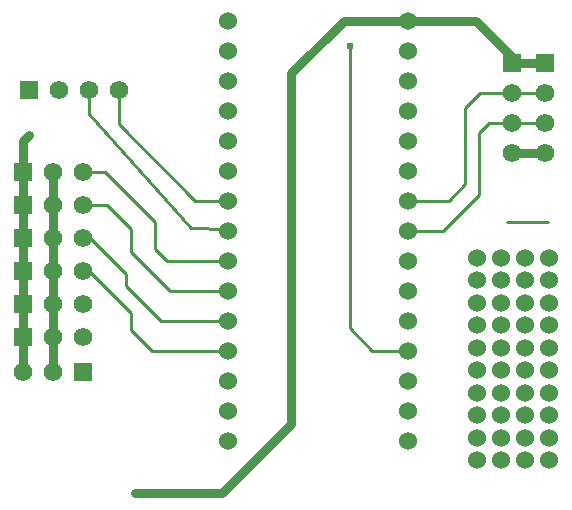
<source format=gbl>
G04 Layer: BottomLayer*
G04 EasyEDA v6.5.51, 2025-09-08 19:21:40*
G04 d3bb8f252c9f4849ab45821a22fd5e0f,1706e92ce9fe400092762f31ba6d8469,10*
G04 Gerber Generator version 0.2*
G04 Scale: 100 percent, Rotated: No, Reflected: No *
G04 Dimensions in millimeters *
G04 leading zeros omitted , absolute positions ,4 integer and 5 decimal *
%FSLAX45Y45*%
%MOMM*%

%ADD10C,0.7500*%
%ADD11C,0.2500*%
%ADD12R,1.5748X1.5748*%
%ADD13C,1.5748*%
%ADD14C,1.5240*%
%ADD15C,0.6200*%
%ADD16C,0.0154*%

%LPD*%
D10*
X2686085Y4363110D02*
G01*
X2785145Y4363110D01*
X2785145Y4363110D02*
G01*
X2901289Y4363110D01*
X2908300Y4356100D01*
X4013200Y7912100D02*
G01*
X4013200Y4940300D01*
X3429000Y4356100D01*
X2908300Y4356100D01*
X5880100Y8001000D02*
G01*
X6159500Y8001000D01*
X5880100Y8001000D02*
G01*
X5880100Y8051800D01*
X5575300Y8356600D01*
X5003800Y8356600D01*
X5880100Y7239000D02*
G01*
X6159500Y7239000D01*
X1739897Y7073884D02*
G01*
X1739900Y7340600D01*
X1790700Y7391400D01*
X1739897Y7340584D01*
X1993900Y6515100D02*
G01*
X1993900Y6794500D01*
X1993900Y6794500D02*
G01*
X1993900Y7073900D01*
X1739900Y6515100D02*
G01*
X1739900Y6235700D01*
X1739900Y6794500D02*
G01*
X1739900Y6515100D01*
X1739897Y7073884D02*
G01*
X1739897Y6794487D01*
D11*
X5003800Y6578600D02*
G01*
X5295900Y6578600D01*
X5600700Y6883400D01*
X5600700Y7404100D01*
X5689600Y7493000D01*
X5880100Y7493000D01*
X5880100Y7493000D02*
G01*
X6159500Y7493000D01*
X2298700Y7772400D02*
G01*
X2298700Y7569200D01*
X2298700Y7569200D02*
G01*
X3162300Y6604000D01*
X3467100Y6591300D01*
X3479800Y6578600D01*
X2552700Y7480300D02*
G01*
X2552700Y7772400D01*
X2247900Y6235700D02*
G01*
X2298700Y6235700D01*
X2247900Y6515100D02*
G01*
X2311400Y6515100D01*
X2247900Y6794500D02*
G01*
X2451100Y6794500D01*
X2247900Y7073900D02*
G01*
X2438400Y7073900D01*
D10*
X1993900Y6235700D02*
G01*
X1993900Y6515100D01*
X1993900Y5956300D02*
G01*
X1993900Y6235700D01*
X1993900Y5676900D02*
G01*
X1993900Y5956300D01*
X1993900Y5384800D02*
G01*
X1993900Y5676900D01*
X1739900Y5676900D02*
G01*
X1739900Y5384800D01*
X1739900Y5956300D02*
G01*
X1739900Y5676900D01*
X1739900Y6235700D02*
G01*
X1739900Y5956300D01*
D11*
X3479800Y6832600D02*
G01*
X3200400Y6832600D01*
X2552700Y7480300D01*
X2298700Y6235700D02*
G01*
X2654300Y5880100D01*
X2654300Y5740400D01*
X2832100Y5562600D01*
X3479800Y5562600D01*
X2311400Y6515100D02*
G01*
X2616200Y6210300D01*
X2616200Y6108700D01*
X2908300Y5816600D01*
X3479800Y5816600D01*
X2451100Y6794500D02*
G01*
X2654300Y6591300D01*
X2654300Y6400800D01*
X2984500Y6070600D01*
X3479800Y6070600D01*
X2438400Y7073900D02*
G01*
X2857500Y6654800D01*
X2857500Y6426200D01*
X2959100Y6324600D01*
X3479800Y6324600D01*
D10*
X4457700Y8356600D02*
G01*
X5003800Y8356600D01*
X4457689Y8356582D02*
G01*
X4457700Y8356600D01*
X4013233Y7912125D01*
D11*
X4508500Y8140700D02*
G01*
X4508500Y5753100D01*
X4699000Y5562600D01*
X5003800Y5562600D01*
X5880100Y7747000D02*
G01*
X6159500Y7747000D01*
X5003800Y6832600D02*
G01*
X5346700Y6832600D01*
X5486400Y6972300D01*
X5486400Y7620000D01*
X5613400Y7747000D01*
X5880100Y7747000D01*
X5841987Y6654787D02*
G01*
X6184887Y6654787D01*
D12*
G01*
X6159500Y8001000D03*
D13*
G01*
X6159500Y7747000D03*
G01*
X6159500Y7493000D03*
G01*
X6159500Y7239000D03*
D12*
G01*
X5880100Y8001000D03*
D13*
G01*
X5880100Y7747000D03*
G01*
X5880100Y7493000D03*
G01*
X5880100Y7239000D03*
D12*
G01*
X1790700Y7772400D03*
D13*
G01*
X2044700Y7772400D03*
G01*
X2298700Y7772400D03*
G01*
X2552700Y7772400D03*
G01*
X1739900Y5384800D03*
G01*
X1993900Y5384800D03*
D12*
G01*
X2247900Y5384800D03*
D13*
G01*
X2247900Y7073900D03*
G01*
X1993900Y7073900D03*
D12*
G01*
X1739900Y7073900D03*
D13*
G01*
X2247900Y6794500D03*
G01*
X1993900Y6794500D03*
D12*
G01*
X1739900Y6794500D03*
D13*
G01*
X2247900Y6515100D03*
G01*
X1993900Y6515100D03*
D12*
G01*
X1739900Y6515100D03*
D13*
G01*
X2247900Y6235700D03*
G01*
X1993900Y6235700D03*
D12*
G01*
X1739900Y6235700D03*
D13*
G01*
X2247900Y5956300D03*
G01*
X1993900Y5956300D03*
D12*
G01*
X1739900Y5956300D03*
D13*
G01*
X2247900Y5676900D03*
G01*
X1993900Y5676900D03*
D12*
G01*
X1739900Y5676900D03*
D14*
G01*
X3479800Y8356600D03*
G01*
X3479800Y8102600D03*
G01*
X3479800Y7848600D03*
G01*
X3479800Y7594600D03*
G01*
X3479800Y7340600D03*
G01*
X3479800Y7086600D03*
G01*
X3479800Y6832600D03*
G01*
X3479800Y6578600D03*
G01*
X3479800Y6324600D03*
G01*
X3479800Y6070600D03*
G01*
X3479800Y5816600D03*
G01*
X3479800Y5562600D03*
G01*
X3479800Y5308600D03*
G01*
X3479800Y5054600D03*
G01*
X3479800Y4800600D03*
G01*
X5003800Y4800600D03*
G01*
X5003800Y5054600D03*
G01*
X5003800Y5308600D03*
G01*
X5003800Y5562600D03*
G01*
X5003800Y5816600D03*
G01*
X5003800Y6070600D03*
G01*
X5003800Y6324600D03*
G01*
X5003800Y6578600D03*
G01*
X5003800Y6832600D03*
G01*
X5003800Y7086600D03*
G01*
X5003800Y7340600D03*
G01*
X5003800Y7594600D03*
G01*
X5003800Y7848600D03*
G01*
X5003800Y8102600D03*
G01*
X5003800Y8356600D03*
G01*
X5588000Y6350000D03*
G01*
X5791200Y6350000D03*
G01*
X5791200Y6159500D03*
G01*
X5588000Y6159500D03*
G01*
X5994400Y6159500D03*
G01*
X6197600Y6159500D03*
G01*
X6197600Y6350000D03*
G01*
X5994400Y6350000D03*
G01*
X5994400Y5969000D03*
G01*
X6197600Y5969000D03*
G01*
X6197600Y5778500D03*
G01*
X5994400Y5778500D03*
G01*
X5588000Y5778500D03*
G01*
X5791200Y5778500D03*
G01*
X5791200Y5969000D03*
G01*
X5588000Y5969000D03*
G01*
X5588000Y5207000D03*
G01*
X5791200Y5207000D03*
G01*
X5791200Y5016500D03*
G01*
X5588000Y5016500D03*
G01*
X5994400Y5016500D03*
G01*
X6197600Y5016500D03*
G01*
X6197600Y5207000D03*
G01*
X5994400Y5207000D03*
G01*
X5994400Y5588000D03*
G01*
X6197600Y5588000D03*
G01*
X6197600Y5397500D03*
G01*
X5994400Y5397500D03*
G01*
X5588000Y5397500D03*
G01*
X5791200Y5397500D03*
G01*
X5791200Y5588000D03*
G01*
X5588000Y5588000D03*
G01*
X5994400Y4826000D03*
G01*
X6197600Y4826000D03*
G01*
X6197600Y4635500D03*
G01*
X5994400Y4635500D03*
G01*
X5588000Y4635500D03*
G01*
X5791200Y4635500D03*
G01*
X5791200Y4826000D03*
G01*
X5588000Y4826000D03*
D15*
G01*
X4508500Y8140700D03*
G01*
X2908300Y4356100D03*
G01*
X2785145Y4363110D03*
G01*
X2686085Y4363110D03*
M02*

</source>
